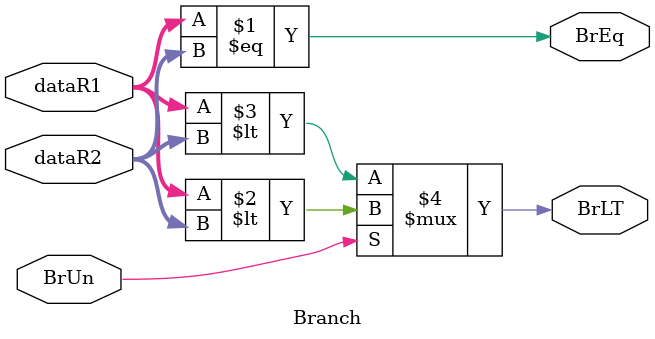
<source format=sv>
module Branch(
    input logic [31:0] dataR1,     // R[rs1]
    input logic [31:0] dataR2,     // R[rs2]
    input logic    BrUn,  // 0 = signed compare, 1 = unsigned compare

    output logic   BrEq,
    output logic   BrLT   
);

    // Equality check 
    assign BrEq = (dataR1 == dataR2);

    // Less-than check 
    assign BrLT = (BrUn) ? (dataR1 < dataR2) : ($signed(dataR1) < $signed(dataR2));

endmodule

</source>
